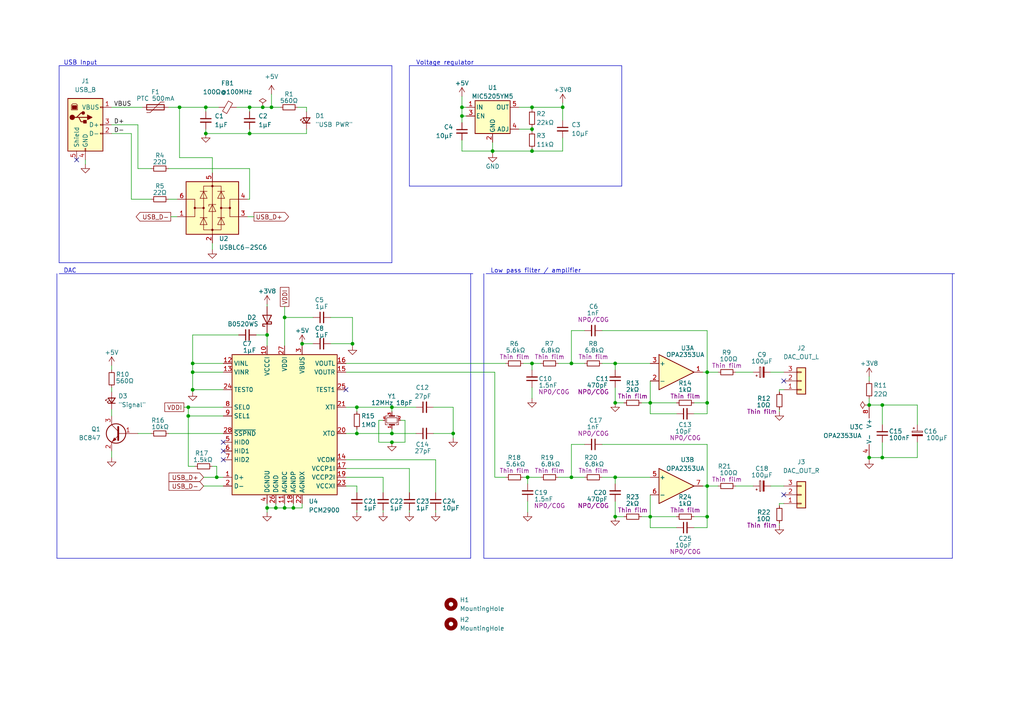
<source format=kicad_sch>
(kicad_sch (version 20230121) (generator eeschema)
  (paper "A4")
  (title_block (title "Huldra USB DAC") (date "2023-04-30") (company "Retronics - Bjørner Sandom"))
  (lib_symbols
    (symbol "Connector:USB_B" (pin_names (offset 1.016))
      (property "Reference" "J" (at -5.08 11.43 0))
      (property "Value" "USB_B" (at -5.08 8.89 0))
      (symbol "USB_B_1_1"
        (pin power_out line (at 7.62 5.08 180) (length 2.54) (name "VBUS") (number "1"))
        (pin bidirectional line (at 7.62 -2.54 180) (length 2.54) (name "D-") (number "2"))
        (pin bidirectional line (at 7.62 0 180) (length 2.54) (name "D+") (number "3"))
        (pin power_out line (at 0 -10.16 90) (length 2.54) (name "GND") (number "4"))
        (pin passive line (at -2.54 -10.16 90) (length 2.54) (name "Shield") (number "5"))
      )
    )
    (symbol "Connector_Generic:Conn_01x03" (pin_names (offset 1.016) hide)
      (property "Reference" "J" (at 0 5.08 0))
      (property "Value" "Conn_01x03" (at 0 -5.08 0))
      (symbol "Conn_01x03_1_1"
        (pin passive line (at -5.08 2.54 0) (length 3.81) (name "Pin_1") (number "1"))
        (pin passive line (at -5.08 0 0) (length 3.81) (name "Pin_2") (number "2"))
        (pin passive line (at -5.08 -2.54 0) (length 3.81) (name "Pin_3") (number "3"))
      )
    )
    (symbol "Device:C_Polarized_Small" (pin_numbers hide) (pin_names (offset 0.254) hide)
      (property "Reference" "C" (at 0.254 1.778 0))
      (property "Value" "C_Polarized_Small" (at 0.254 -2.032 0))
      (symbol "C_Polarized_Small_1_1"
        (pin passive line (at 0 2.54 270) (length 1.8542) (name "~") (number "1"))
        (pin passive line (at 0 -2.54 90) (length 1.8542) (name "~") (number "2"))
      )
    )
    (symbol "Device:C_Small" (pin_numbers hide) (pin_names (offset 0.254) hide)
      (property "Reference" "C" (at 0.254 1.778 0))
      (property "Value" "C_Small" (at 0.254 -2.032 0))
      (symbol "C_Small_1_1"
        (pin passive line (at 0 2.54 270) (length 2.032) (name "~") (number "1"))
        (pin passive line (at 0 -2.54 90) (length 2.032) (name "~") (number "2"))
      )
    )
    (symbol "Device:Crystal_GND24_Small" (pin_names (offset 1.016) hide)
      (property "Reference" "Y" (at 1.27 4.445 0))
      (property "Value" "Crystal_GND24_Small" (at 1.27 2.54 0))
      (symbol "Crystal_GND24_Small_1_1"
        (pin passive line (at -2.54 0 0) (length 1.27) (name "1") (number "1"))
        (pin passive line (at 0 -2.54 90) (length 0.635) (name "2") (number "2"))
        (pin passive line (at 2.54 0 180) (length 1.27) (name "3") (number "3"))
        (pin passive line (at 0 2.54 270) (length 0.635) (name "4") (number "4"))
      )
    )
    (symbol "Device:D_Schottky" (pin_numbers hide) (pin_names (offset 1.016) hide)
      (property "Reference" "D" (at 0 2.54 0))
      (property "Value" "D_Schottky" (at 0 -2.54 0))
      (symbol "D_Schottky_1_1"
        (pin passive line (at -3.81 0 0) (length 2.54) (name "K") (number "1"))
        (pin passive line (at 3.81 0 180) (length 2.54) (name "A") (number "2"))
      )
    )
    (symbol "Device:FerriteBead_Small" (pin_numbers hide) (pin_names (offset 0))
      (property "Reference" "FB" (at 1.905 1.27 0))
      (property "Value" "FerriteBead_Small" (at 1.905 -1.27 0))
      (symbol "FerriteBead_Small_1_1"
        (pin passive line (at 0 2.54 270) (length 1.27) (name "~") (number "1"))
        (pin passive line (at 0 -2.54 90) (length 1.27) (name "~") (number "2"))
      )
    )
    (symbol "Device:LED_Small" (pin_numbers hide) (pin_names (offset 0.254) hide)
      (property "Reference" "D" (at -1.27 3.175 0))
      (property "Value" "LED_Small" (at -4.445 -2.54 0))
      (symbol "LED_Small_1_1"
        (pin passive line (at -2.54 0 0) (length 1.778) (name "K") (number "1"))
        (pin passive line (at 2.54 0 180) (length 1.778) (name "A") (number "2"))
      )
    )
    (symbol "Device:Polyfuse" (pin_numbers hide) (pin_names (offset 0))
      (property "Reference" "F" (at -2.54 0 90))
      (property "Value" "Polyfuse" (at 2.54 0 90))
      (symbol "Polyfuse_1_1"
        (pin passive line (at 0 3.81 270) (length 1.27) (name "~") (number "1"))
        (pin passive line (at 0 -3.81 90) (length 1.27) (name "~") (number "2"))
      )
    )
    (symbol "Device:R_Small" (pin_numbers hide) (pin_names (offset 0.254) hide)
      (property "Reference" "R" (at 0.762 0.508 0))
      (property "Value" "R_Small" (at 0.762 -1.016 0))
      (symbol "R_Small_1_1"
        (pin passive line (at 0 2.54 270) (length 0.762) (name "~") (number "1"))
        (pin passive line (at 0 -2.54 90) (length 0.762) (name "~") (number "2"))
      )
    )
    (symbol "Mechanical:MountingHole" (pin_names (offset 1.016))
      (property "Reference" "H" (at 0 5.08 0))
      (property "Value" "MountingHole" (at 0 3.175 0))
    )
    (symbol "Power_Protection:USBLC6-2SC6" (pin_names hide)
      (property "Reference" "U" (at 2.54 8.89 0))
      (property "Value" "USBLC6-2SC6" (at 2.54 -8.89 0))
      (symbol "USBLC6-2SC6_1_1"
        (pin passive line (at -10.16 -2.54 0) (length 2.54) (name "I/O1") (number "1"))
        (pin passive line (at 0 -10.16 90) (length 2.54) (name "GND") (number "2"))
        (pin passive line (at 10.16 -2.54 180) (length 2.54) (name "I/O2") (number "3"))
        (pin passive line (at 10.16 2.54 180) (length 2.54) (name "I/O2") (number "4"))
        (pin passive line (at 0 10.16 270) (length 2.54) (name "VBUS") (number "5"))
        (pin passive line (at -10.16 2.54 0) (length 2.54) (name "I/O1") (number "6"))
      )
    )
    (symbol "Transistor_BJT:BC847" (pin_names (offset 0) hide)
      (property "Reference" "Q" (at 5.08 1.905 0))
      (property "Value" "BC847" (at 5.08 0 0))
      (symbol "BC847_1_1"
        (pin input line (at -5.08 0 0) (length 5.715) (name "B") (number "1"))
        (pin passive line (at 2.54 -5.08 90) (length 2.54) (name "E") (number "2"))
        (pin passive line (at 2.54 5.08 270) (length 2.54) (name "C") (number "3"))
      )
    )
    (symbol "myDevices:LM4562" (pin_names (offset 0.127))
      (property "Reference" "U" (at 0 5.08 0))
      (property "Value" "LM4562" (at 0 -5.08 0))
      (symbol "LM4562_1_1"
        (pin output line (at 7.62 0 180) (length 2.54) (name "~") (number "1"))
        (pin input line (at -7.62 -2.54 0) (length 2.54) (name "-") (number "2"))
        (pin input line (at -7.62 2.54 0) (length 2.54) (name "+") (number "3"))
      )
      (symbol "LM4562_2_1"
        (pin input line (at -7.62 2.54 0) (length 2.54) (name "+") (number "5"))
        (pin input line (at -7.62 -2.54 0) (length 2.54) (name "-") (number "6"))
        (pin output line (at 7.62 0 180) (length 2.54) (name "~") (number "7"))
      )
      (symbol "LM4562_3_1"
        (pin power_in line (at -2.54 -7.62 90) (length 3.81) (name "V-") (number "4"))
        (pin power_in line (at -2.54 7.62 270) (length 3.81) (name "V+") (number "8"))
      )
    )
    (symbol "myDevices:PCM2900"
      (property "Reference" "U" (at -14.732 21.59 0))
      (property "Value" "PCM2900" (at 10.922 21.59 0))
      (symbol "PCM2900_1_1"
        (pin bidirectional line (at -17.78 -15.24 0) (length 2.54) (name "D+") (number "1"))
        (pin passive line (at -5.08 22.86 270) (length 2.54) (name "VCCCI") (number "10"))
        (pin power_in line (at 0 -22.86 90) (length 2.54) (name "AGNDC") (number "11"))
        (pin input line (at -17.78 17.78 0) (length 2.54) (name "VINL") (number "12"))
        (pin input line (at -17.78 15.24 0) (length 2.54) (name "VINR") (number "13"))
        (pin passive line (at 17.78 -10.16 180) (length 2.54) (name "VCOM") (number "14"))
        (pin output line (at 17.78 15.24 180) (length 2.54) (name "VOUTR") (number "15"))
        (pin output line (at 17.78 17.78 180) (length 2.54) (name "VOUTL") (number "16"))
        (pin passive line (at 17.78 -12.7 180) (length 2.54) (name "VCCP1I") (number "17"))
        (pin power_in line (at 2.54 -22.86 90) (length 2.54) (name "AGNDP") (number "18"))
        (pin passive line (at 17.78 -15.24 180) (length 2.54) (name "VCCP2I") (number "19"))
        (pin bidirectional line (at -17.78 -17.78 0) (length 2.54) (name "D-") (number "2"))
        (pin output line (at 17.78 -2.54 180) (length 2.54) (name "XTO") (number "20"))
        (pin input line (at 17.78 5.08 180) (length 2.54) (name "XTI") (number "21"))
        (pin power_in line (at 5.08 -22.86 90) (length 2.54) (name "AGNDX") (number "22"))
        (pin passive line (at 17.78 -17.78 180) (length 2.54) (name "VCCXI") (number "23"))
        (pin passive line (at -17.78 10.16 0) (length 2.54) (name "TEST0") (number "24"))
        (pin passive line (at 17.78 10.16 180) (length 2.54) (name "TEST1") (number "25"))
        (pin power_in line (at -2.54 -22.86 90) (length 2.54) (name "DGND") (number "26"))
        (pin power_out line (at 0 22.86 270) (length 2.54) (name "VDDI") (number "27"))
        (pin output line (at -17.78 -2.54 0) (length 2.54) (name "~{SSPND}") (number "28"))
        (pin power_in line (at 5.08 22.86 270) (length 2.54) (name "VBUS") (number "3"))
        (pin power_in line (at -5.08 -22.86 90) (length 2.54) (name "DGNDU") (number "4"))
        (pin input line (at -17.78 -5.08 0) (length 2.54) (name "HID0") (number "5"))
        (pin input line (at -17.78 -7.62 0) (length 2.54) (name "HID1") (number "6"))
        (pin input line (at -17.78 -10.16 0) (length 2.54) (name "HID2") (number "7"))
        (pin input line (at -17.78 5.08 0) (length 2.54) (name "SEL0") (number "8"))
        (pin input line (at -17.78 2.54 0) (length 2.54) (name "SEL1") (number "9"))
      )
    )
    (symbol "myDevices:SPX3819M5-L" (pin_names (offset 0.254))
      (property "Reference" "U" (at -3.81 5.715 0))
      (property "Value" "MIC5205YM5" (at 0 5.715 0))
      (symbol "SPX3819M5-L_1_1"
        (pin power_in line (at -7.62 2.54 0) (length 2.54) (name "IN") (number "1"))
        (pin power_in line (at 0 -7.62 90) (length 2.54) (name "GND") (number "2"))
        (pin input line (at -7.62 0 0) (length 2.54) (name "EN") (number "3"))
        (pin input line (at 7.62 -3.81 180) (length 2.54) (name "ADJ") (number "4"))
        (pin power_out line (at 7.62 2.54 180) (length 2.54) (name "OUT") (number "5"))
      )
    )
    (symbol "power:+3V8" (power) (pin_names (offset 0))
      (property "Value" "+3V8" (at 0 3.556 0))
      (symbol "+3V8_1_1"
        (pin power_in line (at 0 0 90) (length 0) hide (name "+3V8") (number "1"))
      )
    )
    (symbol "power:+5V" (power) (pin_names (offset 0))
      (property "Value" "+5V" (at 0 3.556 0))
      (symbol "+5V_1_1"
        (pin power_in line (at 0 0 90) (length 0) hide (name "+5V") (number "1"))
      )
    )
    (symbol "power:GND" (power) (pin_names (offset 0))
      (property "Value" "GND" (at 0 -3.81 0))
      (symbol "GND_1_1"
        (pin power_in line (at 0 0 270) (length 0) hide (name "GND") (number "1"))
      )
    )
    (symbol "power:PWR_FLAG" (power) (pin_numbers hide) (pin_names (offset 0) hide)
      (property "Value" "PWR_FLAG" (at 0 3.81 0))
      (symbol "PWR_FLAG_0_0"
        (pin power_out line (at 0 0 90) (length 0) (name "pwr") (number "1"))
      )
    )
  )
  (junction (at 142.875 43.815))
  (junction (at 205.105 149.86))
  (junction (at 252.095 132.715))
  (junction (at 188.595 149.86))
  (junction (at 165.735 138.43))
  (junction (at 178.435 116.84))
  (junction (at 178.435 149.86))
  (junction (at 55.88 107.95))
  (junction (at 85.09 147.32))
  (junction (at 72.39 31.115))
  (junction (at 52.07 31.115))
  (junction (at 153.035 138.43))
  (junction (at 113.665 125.73))
  (junction (at 55.88 105.41))
  (junction (at 77.47 97.155))
  (junction (at 62.865 138.43))
  (junction (at 87.63 99.695))
  (junction (at 77.47 147.32))
  (junction (at 163.195 31.115))
  (junction (at 113.665 118.11))
  (junction (at 154.305 43.815))
  (junction (at 103.505 118.11))
  (junction (at 59.69 38.735))
  (junction (at 54.61 118.11))
  (junction (at 154.305 105.41))
  (junction (at 59.69 31.115))
  (junction (at 72.39 38.735))
  (junction (at 178.435 138.43))
  (junction (at 178.435 105.41))
  (junction (at 154.305 31.115))
  (junction (at 205.105 140.97))
  (junction (at 55.88 113.03))
  (junction (at 80.01 147.32))
  (junction (at 205.105 107.95))
  (junction (at 78.74 31.115))
  (junction (at 133.985 33.655))
  (junction (at 113.665 128.27))
  (junction (at 54.61 120.65))
  (junction (at 205.105 116.84))
  (junction (at 252.095 117.475))
  (junction (at 188.595 116.84))
  (junction (at 131.445 125.73))
  (junction (at 165.735 105.41))
  (junction (at 102.235 99.695))
  (junction (at 103.505 125.73))
  (junction (at 76.2 31.115))
  (junction (at 82.55 92.075))
  (junction (at 82.55 147.32))
  (junction (at 255.905 132.715))
  (junction (at 133.985 31.115))
  (junction (at 154.305 37.465))
  (junction (at 255.905 117.475))
  (no_connect (at 100.33 113.03))
  (no_connect (at 64.77 128.27))
  (no_connect (at 227.33 143.51))
  (no_connect (at 64.77 130.81))
  (no_connect (at 64.77 133.35))
  (no_connect (at 227.33 110.49))
  (no_connect (at 22.225 46.355))
  (wire (pts (xy 205.105 153.035) (xy 205.105 149.86)))
  (wire (pts (xy 55.88 113.03) (xy 64.77 113.03)))
  (wire (pts (xy 142.875 43.815) (xy 142.875 44.45)))
  (wire (pts (xy 169.545 95.885) (xy 165.735 95.885)))
  (wire (pts (xy 252.095 133.35) (xy 252.095 132.715)))
  (wire (pts (xy 80.01 147.32) (xy 82.55 147.32)))
  (wire (pts (xy 103.505 125.73) (xy 100.33 125.73)))
  (wire (pts (xy 109.855 121.92) (xy 109.855 128.27)))
  (wire (pts (xy 118.745 148.59) (xy 118.745 147.955)))
  (wire (pts (xy 54.61 118.11) (xy 64.77 118.11)))
  (polyline (pts (xy 113.665 76.2) (xy 17.145 76.2)))
  (wire (pts (xy 150.495 31.115) (xy 154.305 31.115)))
  (wire (pts (xy 109.855 121.92) (xy 111.125 121.92)))
  (wire (pts (xy 205.105 128.905) (xy 205.105 140.97)))
  (wire (pts (xy 178.435 116.84) (xy 180.975 116.84)))
  (wire (pts (xy 174.625 95.885) (xy 205.105 95.885)))
  (wire (pts (xy 178.435 105.41) (xy 188.595 105.41)))
  (wire (pts (xy 68.58 31.115) (xy 72.39 31.115)))
  (wire (pts (xy 161.925 105.41) (xy 165.735 105.41)))
  (wire (pts (xy 87.63 99.695) (xy 87.63 100.33)))
  (wire (pts (xy 61.595 70.485) (xy 61.595 72.39)))
  (wire (pts (xy 252.095 132.715) (xy 255.905 132.715)))
  (wire (pts (xy 174.625 128.905) (xy 205.105 128.905)))
  (wire (pts (xy 102.235 99.695) (xy 102.235 100.33)))
  (wire (pts (xy 252.095 109.22) (xy 252.095 110.49)))
  (wire (pts (xy 95.885 92.075) (xy 102.235 92.075)))
  (wire (pts (xy 80.01 147.32) (xy 77.47 147.32)))
  (wire (pts (xy 153.035 138.43) (xy 153.035 140.335)))
  (wire (pts (xy 88.9 37.465) (xy 88.9 38.735)))
  (wire (pts (xy 72.39 57.785) (xy 72.39 48.895)))
  (wire (pts (xy 226.06 151.765) (xy 226.06 152.4)))
  (wire (pts (xy 151.765 138.43) (xy 153.035 138.43)))
  (wire (pts (xy 226.06 113.665) (xy 226.06 113.03)))
  (wire (pts (xy 178.435 145.415) (xy 178.435 149.86)))
  (wire (pts (xy 186.055 116.84) (xy 188.595 116.84)))
  (wire (pts (xy 117.475 121.92) (xy 117.475 128.27)))
  (wire (pts (xy 131.445 125.73) (xy 131.445 127)))
  (wire (pts (xy 131.445 118.11) (xy 131.445 125.73)))
  (wire (pts (xy 213.36 140.97) (xy 218.44 140.97)))
  (wire (pts (xy 165.735 95.885) (xy 165.735 105.41)))
  (wire (pts (xy 154.305 112.395) (xy 154.305 115.57)))
  (wire (pts (xy 188.595 110.49) (xy 188.595 116.84)))
  (wire (pts (xy 111.125 148.59) (xy 111.125 147.955)))
  (wire (pts (xy 100.33 135.89) (xy 118.745 135.89)))
  (wire (pts (xy 62.865 135.255) (xy 62.865 138.43)))
  (wire (pts (xy 54.61 120.65) (xy 64.77 120.65)))
  (wire (pts (xy 205.105 140.97) (xy 208.28 140.97)))
  (wire (pts (xy 174.625 105.41) (xy 178.435 105.41)))
  (wire (pts (xy 161.925 138.43) (xy 165.735 138.43)))
  (wire (pts (xy 201.295 116.84) (xy 205.105 116.84)))
  (wire (pts (xy 55.88 113.665) (xy 55.88 113.03)))
  (wire (pts (xy 226.06 146.685) (xy 226.06 146.05)))
  (wire (pts (xy 178.435 149.86) (xy 180.975 149.86)))
  (wire (pts (xy 40.005 125.73) (xy 43.815 125.73)))
  (wire (pts (xy 178.435 112.395) (xy 178.435 116.84)))
  (wire (pts (xy 61.595 45.72) (xy 61.595 50.165)))
  (wire (pts (xy 103.505 148.59) (xy 103.505 147.955)))
  (wire (pts (xy 178.435 138.43) (xy 188.595 138.43)))
  (wire (pts (xy 142.875 41.275) (xy 142.875 43.815)))
  (wire (pts (xy 266.065 132.715) (xy 255.905 132.715)))
  (wire (pts (xy 48.895 31.115) (xy 52.07 31.115)))
  (wire (pts (xy 85.09 146.05) (xy 85.09 147.32)))
  (wire (pts (xy 154.305 43.18) (xy 154.305 43.815)))
  (wire (pts (xy 100.33 105.41) (xy 146.685 105.41)))
  (wire (pts (xy 56.515 135.255) (xy 54.61 135.255)))
  (polyline (pts (xy 17.145 19.05) (xy 17.145 76.2)))
  (wire (pts (xy 178.435 105.41) (xy 178.435 107.315)))
  (wire (pts (xy 82.55 92.075) (xy 82.55 100.33)))
  (wire (pts (xy 255.905 117.475) (xy 266.065 117.475)))
  (wire (pts (xy 188.595 149.86) (xy 196.215 149.86)))
  (wire (pts (xy 117.475 128.27) (xy 113.665 128.27)))
  (wire (pts (xy 266.065 128.27) (xy 266.065 132.715)))
  (wire (pts (xy 226.06 146.05) (xy 227.33 146.05)))
  (wire (pts (xy 43.815 48.895) (xy 40.005 48.895)))
  (wire (pts (xy 196.215 153.035) (xy 188.595 153.035)))
  (wire (pts (xy 201.295 153.035) (xy 205.105 153.035)))
  (wire (pts (xy 111.125 138.43) (xy 111.125 142.875)))
  (wire (pts (xy 52.07 31.115) (xy 59.69 31.115)))
  (wire (pts (xy 54.61 118.11) (xy 54.61 120.65)))
  (wire (pts (xy 55.88 107.95) (xy 55.88 105.41)))
  (wire (pts (xy 255.905 128.27) (xy 255.905 132.715)))
  (wire (pts (xy 143.51 107.95) (xy 143.51 138.43)))
  (wire (pts (xy 113.665 118.11) (xy 120.65 118.11)))
  (wire (pts (xy 133.985 40.64) (xy 133.985 43.815)))
  (wire (pts (xy 133.985 31.115) (xy 135.255 31.115)))
  (wire (pts (xy 40.005 48.895) (xy 40.005 36.195)))
  (wire (pts (xy 113.665 124.46) (xy 113.665 125.73)))
  (wire (pts (xy 103.505 140.97) (xy 100.33 140.97)))
  (polyline (pts (xy 276.225 161.925) (xy 276.225 79.375)))
  (wire (pts (xy 165.735 105.41) (xy 169.545 105.41)))
  (wire (pts (xy 125.73 125.73) (xy 131.445 125.73)))
  (wire (pts (xy 103.505 124.46) (xy 103.505 125.73)))
  (wire (pts (xy 82.55 147.32) (xy 85.09 147.32)))
  (wire (pts (xy 205.105 120.015) (xy 205.105 116.84)))
  (wire (pts (xy 32.385 118.745) (xy 32.385 120.65)))
  (wire (pts (xy 59.69 38.735) (xy 72.39 38.735)))
  (wire (pts (xy 82.55 92.075) (xy 90.805 92.075)))
  (polyline (pts (xy 140.335 79.375) (xy 140.335 161.925)))
  (wire (pts (xy 154.305 31.75) (xy 154.305 31.115)))
  (wire (pts (xy 32.385 31.115) (xy 41.275 31.115)))
  (wire (pts (xy 126.365 133.35) (xy 126.365 142.875)))
  (wire (pts (xy 72.39 48.895) (xy 48.895 48.895)))
  (wire (pts (xy 153.035 138.43) (xy 156.845 138.43)))
  (wire (pts (xy 203.835 107.95) (xy 205.105 107.95)))
  (wire (pts (xy 59.69 37.465) (xy 59.69 38.735)))
  (wire (pts (xy 223.52 107.95) (xy 227.33 107.95)))
  (polyline (pts (xy 17.145 79.375) (xy 137.16 79.375)))
  (wire (pts (xy 54.61 120.65) (xy 54.61 135.255)))
  (wire (pts (xy 188.595 143.51) (xy 188.595 149.86)))
  (wire (pts (xy 88.9 31.115) (xy 88.9 32.385)))
  (wire (pts (xy 100.33 118.11) (xy 103.505 118.11)))
  (wire (pts (xy 80.01 146.05) (xy 80.01 147.32)))
  (wire (pts (xy 77.47 146.05) (xy 77.47 147.32)))
  (wire (pts (xy 223.52 140.97) (xy 227.33 140.97)))
  (wire (pts (xy 163.195 43.815) (xy 154.305 43.815)))
  (wire (pts (xy 163.195 31.115) (xy 163.195 34.925)))
  (wire (pts (xy 71.755 62.865) (xy 73.66 62.865)))
  (wire (pts (xy 133.985 27.94) (xy 133.985 31.115)))
  (wire (pts (xy 125.73 118.11) (xy 131.445 118.11)))
  (wire (pts (xy 154.305 105.41) (xy 156.845 105.41)))
  (wire (pts (xy 103.505 118.11) (xy 113.665 118.11)))
  (wire (pts (xy 103.505 125.73) (xy 113.665 125.73)))
  (polyline (pts (xy 16.51 79.375) (xy 16.51 161.925)))
  (wire (pts (xy 38.1 57.785) (xy 43.815 57.785)))
  (wire (pts (xy 55.88 97.155) (xy 69.215 97.155)))
  (wire (pts (xy 32.385 130.81) (xy 32.385 132.715)))
  (wire (pts (xy 126.365 148.59) (xy 126.365 147.955)))
  (wire (pts (xy 203.835 140.97) (xy 205.105 140.97)))
  (polyline (pts (xy 113.665 19.05) (xy 113.665 76.2)))
  (wire (pts (xy 100.33 133.35) (xy 126.365 133.35)))
  (wire (pts (xy 205.105 95.885) (xy 205.105 107.95)))
  (polyline (pts (xy 136.525 161.925) (xy 16.51 161.925)))
  (wire (pts (xy 252.095 115.57) (xy 252.095 117.475)))
  (wire (pts (xy 59.69 31.115) (xy 63.5 31.115)))
  (wire (pts (xy 109.855 128.27) (xy 113.665 128.27)))
  (wire (pts (xy 113.665 125.73) (xy 120.65 125.73)))
  (wire (pts (xy 252.095 117.475) (xy 255.905 117.475)))
  (wire (pts (xy 163.195 29.845) (xy 163.195 31.115)))
  (wire (pts (xy 103.505 118.11) (xy 103.505 119.38)))
  (wire (pts (xy 226.06 113.03) (xy 227.33 113.03)))
  (wire (pts (xy 48.895 57.785) (xy 51.435 57.785)))
  (wire (pts (xy 266.065 117.475) (xy 266.065 123.19)))
  (wire (pts (xy 62.865 138.43) (xy 64.77 138.43)))
  (wire (pts (xy 87.63 99.695) (xy 90.805 99.695)))
  (wire (pts (xy 154.305 37.465) (xy 154.305 38.1)))
  (wire (pts (xy 174.625 138.43) (xy 178.435 138.43)))
  (wire (pts (xy 59.055 140.97) (xy 64.77 140.97)))
  (wire (pts (xy 77.47 97.155) (xy 77.47 100.33)))
  (wire (pts (xy 32.385 106.045) (xy 32.385 107.315)))
  (wire (pts (xy 40.005 36.195) (xy 32.385 36.195)))
  (wire (pts (xy 201.295 120.015) (xy 205.105 120.015)))
  (wire (pts (xy 102.235 92.075) (xy 102.235 99.695)))
  (wire (pts (xy 188.595 149.86) (xy 188.595 153.035)))
  (polyline (pts (xy 17.145 19.05) (xy 113.665 19.05)))
  (wire (pts (xy 154.305 37.465) (xy 154.305 36.83)))
  (wire (pts (xy 95.885 99.695) (xy 102.235 99.695)))
  (wire (pts (xy 153.035 145.415) (xy 153.035 148.59)))
  (wire (pts (xy 118.745 135.89) (xy 118.745 142.875)))
  (wire (pts (xy 135.255 33.655) (xy 133.985 33.655)))
  (wire (pts (xy 72.39 38.735) (xy 72.39 37.465)))
  (wire (pts (xy 82.55 88.9) (xy 82.55 92.075)))
  (wire (pts (xy 24.765 46.355) (xy 24.765 47.625)))
  (wire (pts (xy 188.595 116.84) (xy 196.215 116.84)))
  (polyline (pts (xy 118.745 19.05) (xy 118.745 53.975)))
  (wire (pts (xy 72.39 31.115) (xy 72.39 32.385)))
  (wire (pts (xy 77.47 88.265) (xy 77.47 88.9)))
  (wire (pts (xy 55.88 105.41) (xy 55.88 97.155)))
  (wire (pts (xy 143.51 138.43) (xy 146.685 138.43)))
  (wire (pts (xy 165.735 138.43) (xy 169.545 138.43)))
  (wire (pts (xy 78.74 31.115) (xy 81.28 31.115)))
  (wire (pts (xy 38.1 38.735) (xy 38.1 57.785)))
  (wire (pts (xy 178.435 138.43) (xy 178.435 140.335)))
  (wire (pts (xy 74.295 97.155) (xy 77.47 97.155)))
  (wire (pts (xy 226.06 118.745) (xy 226.06 119.38)))
  (wire (pts (xy 85.09 147.32) (xy 87.63 147.32)))
  (wire (pts (xy 77.47 147.32) (xy 77.47 148.59)))
  (wire (pts (xy 205.105 107.95) (xy 208.28 107.95)))
  (wire (pts (xy 165.735 128.905) (xy 165.735 138.43)))
  (wire (pts (xy 59.69 31.115) (xy 59.69 32.385)))
  (wire (pts (xy 77.47 96.52) (xy 77.47 97.155)))
  (wire (pts (xy 103.505 142.875) (xy 103.505 140.97)))
  (polyline (pts (xy 118.745 19.05) (xy 180.34 19.05)))
  (wire (pts (xy 78.74 31.115) (xy 78.74 27.305)))
  (wire (pts (xy 116.205 121.92) (xy 117.475 121.92)))
  (wire (pts (xy 49.53 62.865) (xy 51.435 62.865)))
  (polyline (pts (xy 140.335 161.925) (xy 276.225 161.925)))
  (polyline (pts (xy 140.97 79.375) (xy 276.86 79.375)))
  (wire (pts (xy 154.305 43.815) (xy 142.875 43.815)))
  (wire (pts (xy 113.665 118.11) (xy 113.665 119.38)))
  (wire (pts (xy 188.595 116.84) (xy 188.595 120.015)))
  (wire (pts (xy 151.765 105.41) (xy 154.305 105.41)))
  (wire (pts (xy 87.63 146.05) (xy 87.63 147.32)))
  (wire (pts (xy 133.985 33.655) (xy 133.985 31.115)))
  (polyline (pts (xy 118.745 53.975) (xy 180.34 53.975)))
  (polyline (pts (xy 136.525 79.375) (xy 136.525 161.925)))
  (wire (pts (xy 55.88 107.95) (xy 64.77 107.95)))
  (wire (pts (xy 59.055 138.43) (xy 62.865 138.43)))
  (wire (pts (xy 32.385 112.395) (xy 32.385 113.665)))
  (wire (pts (xy 154.305 31.115) (xy 163.195 31.115)))
  (polyline (pts (xy 180.34 53.975) (xy 180.34 19.05)))
  (wire (pts (xy 71.755 57.785) (xy 72.39 57.785)))
  (wire (pts (xy 52.07 45.72) (xy 61.595 45.72)))
  (wire (pts (xy 100.33 138.43) (xy 111.125 138.43)))
  (wire (pts (xy 55.88 113.03) (xy 55.88 107.95)))
  (wire (pts (xy 169.545 128.905) (xy 165.735 128.905)))
  (wire (pts (xy 61.595 135.255) (xy 62.865 135.255)))
  (wire (pts (xy 205.105 107.95) (xy 205.105 116.84)))
  (wire (pts (xy 32.385 38.735) (xy 38.1 38.735)))
  (wire (pts (xy 201.295 149.86) (xy 205.105 149.86)))
  (wire (pts (xy 163.195 40.005) (xy 163.195 43.815)))
  (wire (pts (xy 76.2 31.115) (xy 78.74 31.115)))
  (wire (pts (xy 133.985 33.655) (xy 133.985 35.56)))
  (wire (pts (xy 154.305 105.41) (xy 154.305 107.315)))
  (wire (pts (xy 205.105 140.97) (xy 205.105 149.86)))
  (wire (pts (xy 88.9 38.735) (xy 72.39 38.735)))
  (wire (pts (xy 255.905 117.475) (xy 255.905 123.19)))
  (wire (pts (xy 48.895 125.73) (xy 64.77 125.73)))
  (wire (pts (xy 55.88 105.41) (xy 64.77 105.41)))
  (wire (pts (xy 82.55 146.05) (xy 82.55 147.32)))
  (wire (pts (xy 52.07 31.115) (xy 52.07 45.72)))
  (wire (pts (xy 100.33 107.95) (xy 143.51 107.95)))
  (wire (pts (xy 86.36 31.115) (xy 88.9 31.115)))
  (wire (pts (xy 53.34 118.11) (xy 54.61 118.11)))
  (wire (pts (xy 186.055 149.86) (xy 188.595 149.86)))
  (wire (pts (xy 150.495 37.465) (xy 154.305 37.465)))
  (wire (pts (xy 72.39 31.115) (xy 76.2 31.115)))
  (wire (pts (xy 133.985 43.815) (xy 142.875 43.815)))
  (wire (pts (xy 213.36 107.95) (xy 218.44 107.95)))
  (wire (pts (xy 196.215 120.015) (xy 188.595 120.015)))
  (text "Voltage regulator" (at 120.65 19.05 0) (effects (font (size 1.27 1.27)) (justify left bottom)))
  (text "Low pass filter / amplifier" (at 142.24 79.375 0) (effects (font (size 1.27 1.27)) (justify left bottom)))
  (text "DAC" (at 18.415 79.375 0) (effects (font (size 1.27 1.27)) (justify left bottom)))
  (text "USB Input" (at 18.415 19.05 0) (effects (font (size 1.27 1.27)) (justify left bottom)))
  (label "D+" (at 33.02 36.195 0))
  (label "VBUS" (at 33.02 31.115 0))
  (label "D-" (at 33.02 38.735 0))
  (global_label "VDDI" (shape passive) (at 82.55 88.9 90) (property "Intersheetrefs" "${INTERSHEET_REFS}" (effects hide)))
  (global_label "USB_D-" (shape output) (at 49.53 62.865 180) (property "Intersheetrefs" "${INTERSHEET_REFS}" (effects hide)))
  (global_label "VDDI" (shape passive) (at 53.34 118.11 180) (property "Intersheetrefs" "${INTERSHEET_REFS}" (effects hide)))
  (global_label "USB_D+" (shape input) (at 59.055 138.43 180) (property "Intersheetrefs" "${INTERSHEET_REFS}" (effects hide)))
  (global_label "USB_D-" (shape input) (at 59.055 140.97 180) (property "Intersheetrefs" "${INTERSHEET_REFS}" (effects hide)))
  (global_label "USB_D+" (shape output) (at 73.66 62.865 0) (property "Intersheetrefs" "${INTERSHEET_REFS}" (effects hide)))
  (symbol (lib_id "Device:C_Small") (at 118.745 145.415 0) (mirror x) (unit 1)
    (property "Reference" "C23" (at 120.65 145.415 0) (effects (justify left)))
    (property "Value" "1µF" (at 120.65 147.32 0) (effects (justify left)))
    (property "Footprint" "Capacitor_SMD:C_0603_1608Metric_Pad1.08x0.95mm_HandSolder" (effects hide))
  )
  (symbol (lib_id "power:GND") (at 178.435 149.86 0) (mirror y) (unit 1)
    (property "Reference" "#PWR028" (effects hide))
    (property "Value" "GND" (effects hide))
  )
  (symbol (lib_id "Device:C_Small") (at 198.755 120.015 90) (mirror x) (unit 1)
    (property "Reference" "C13" (at 200.66 123.19 90) (effects (justify left)))
    (property "Value" "10pF" (at 200.66 125.095 90) (effects (justify left)))
    (property "Footprint" "Capacitor_SMD:C_0603_1608Metric_Pad1.08x0.95mm_HandSolder" (effects hide))
    (property "Comments" "NP0/C0G" (at 198.755 127 90))
  )
  (symbol (lib_id "power:GND") (at 153.035 148.59 0) (mirror y) (unit 1)
    (property "Reference" "#PWR027" (effects hide))
    (property "Value" "GND" (effects hide))
  )
  (symbol (lib_id "Device:R_Small") (at 59.055 135.255 90) (unit 1)
    (property "Reference" "R17" (at 60.452 131.445 90) (effects (justify left)))
    (property "Value" "1.5kΩ" (at 61.722 133.35 90) (effects (justify left)))
    (property "Footprint" "Resistor_SMD:R_0603_1608Metric_Pad0.98x0.95mm_HandSolder" (effects hide))
  )
  (symbol (lib_id "Device:R_Small") (at 210.82 107.95 90) (unit 1)
    (property "Reference" "R9" (at 212.09 102.235 90) (effects (justify left)))
    (property "Value" "100Ω" (at 213.995 104.14 90) (effects (justify left)))
    (property "Footprint" "Resistor_SMD:R_0603_1608Metric_Pad0.98x0.95mm_HandSolder" (effects hide))
    (property "Comments" "Thin film" (at 210.82 106.045 90))
  )
  (symbol (lib_id "power:+5V") (at 133.985 27.94 0) (unit 1)
    (property "Reference" "#PWR02" (effects hide))
    (property "Value" "+5V" (at 133.985 24.13 0))
  )
  (symbol (lib_id "Device:R_Small") (at 46.355 57.785 90) (unit 1)
    (property "Reference" "R5" (at 46.355 53.975 90))
    (property "Value" "22Ω" (at 46.355 55.88 90))
    (property "Footprint" "Resistor_SMD:R_0603_1608Metric_Pad0.98x0.95mm_HandSolder" (effects hide))
  )
  (symbol (lib_id "Device:R_Small") (at 172.085 138.43 90) (unit 1)
    (property "Reference" "R20" (at 173.355 132.715 90) (effects (justify left)))
    (property "Value" "6.8kΩ" (at 175.26 134.62 90) (effects (justify left)))
    (property "Footprint" "Resistor_SMD:R_0603_1608Metric_Pad0.98x0.95mm_HandSolder" (effects hide))
    (property "Comments" "Thin film" (at 172.085 136.525 90))
  )
  (symbol (lib_id "Device:R_Small") (at 46.355 125.73 90) (unit 1)
    (property "Reference" "R16" (at 47.752 121.92 90) (effects (justify left)))
    (property "Value" "10kΩ" (at 49.022 123.825 90) (effects (justify left)))
    (property "Footprint" "Resistor_SMD:R_0603_1608Metric_Pad0.98x0.95mm_HandSolder" (effects hide))
  )
  (symbol (lib_id "Device:R_Small") (at 103.505 121.92 0) (unit 1)
    (property "Reference" "R15" (at 104.775 120.65 0) (effects (justify left)))
    (property "Value" "1MΩ" (at 104.775 123.19 0) (effects (justify left)))
    (property "Footprint" "Resistor_SMD:R_0603_1608Metric_Pad0.98x0.95mm_HandSolder" (effects hide))
  )
  (symbol (lib_id "Device:R_Small") (at 159.385 105.41 90) (unit 1)
    (property "Reference" "R7" (at 160.655 99.695 90) (effects (justify left)))
    (property "Value" "6.8kΩ" (at 162.56 101.6 90) (effects (justify left)))
    (property "Footprint" "Resistor_SMD:R_0603_1608Metric_Pad0.98x0.95mm_HandSolder" (effects hide))
    (property "Comments" "Thin film" (at 159.385 103.505 90))
  )
  (symbol (lib_id "power:GND") (at 226.06 152.4 0) (unit 1)
    (property "Reference" "#PWR029" (effects hide))
    (property "Value" "GND" (effects hide))
  )
  (symbol (lib_id "Device:C_Small") (at 103.505 145.415 0) (mirror x) (unit 1)
    (property "Reference" "C21" (at 105.41 145.415 0) (effects (justify left)))
    (property "Value" "1µF" (at 105.41 147.32 0) (effects (justify left)))
    (property "Footprint" "Capacitor_SMD:C_0603_1608Metric_Pad1.08x0.95mm_HandSolder" (effects hide))
  )
  (symbol (lib_id "Device:C_Small") (at 172.085 128.905 270) (mirror x) (unit 1)
    (property "Reference" "C17" (at 170.815 121.92 90) (effects (justify left)))
    (property "Value" "1nF" (at 170.18 123.825 90) (effects (justify left)))
    (property "Footprint" "Capacitor_SMD:C_0603_1608Metric_Pad1.08x0.95mm_HandSolder" (effects hide))
    (property "Comments" "NP0/C0G" (at 172.085 125.73 90))
  )
  (symbol (lib_id "power:PWR_FLAG") (at 252.095 117.475 90) (unit 1)
    (property "Reference" "#FLG02" (effects hide))
    (property "Value" "PWR_FLAG" (effects hide))
  )
  (symbol (lib_id "Device:C_Polarized_Small") (at 266.065 125.73 0) (unit 1)
    (property "Reference" "C16" (at 269.875 125.095 0))
    (property "Value" "100µF" (at 271.78 127 0))
    (property "Footprint" "Capacitor_THT:CP_Radial_D5.0mm_P2.00mm" (effects hide))
  )
  (symbol (lib_id "Device:R_Small") (at 154.305 34.29 0) (unit 1)
    (property "Reference" "R2" (at 155.575 33.02 0) (effects (justify left)))
    (property "Value" "22kΩ" (at 155.575 35.56 0) (effects (justify left)))
    (property "Footprint" "Resistor_SMD:R_0603_1608Metric_Pad0.98x0.95mm_HandSolder" (effects hide))
  )
  (symbol (lib_id "Power_Protection:USBLC6-2SC6") (at 61.595 60.325 0) (unit 1)
    (property "Reference" "U2" (at 63.5 69.215 0) (effects (justify left)))
    (property "Value" "USBLC6-2SC6" (at 63.5 71.755 0) (effects (justify left)))
    (property "Footprint" "Package_TO_SOT_SMD:SOT-23-6" (effects hide))
    (property "Datasheet" "https://www.st.com/resource/en/datasheet/usblc6-2.pdf" (effects hide))
  )
  (symbol (lib_id "power:GND") (at 118.745 148.59 0) (unit 1)
    (property "Reference" "#PWR025" (effects hide))
    (property "Value" "GND" (effects hide))
  )
  (symbol (lib_id "Device:Polyfuse") (at 45.085 31.115 90) (unit 1)
    (property "Reference" "F1" (at 45.085 26.67 90))
    (property "Value" "PTC 500mA" (at 45.085 28.575 90))
    (property "Footprint" "Fuse:Fuse_0805_2012Metric_Pad1.15x1.40mm_HandSolder" (effects hide))
  )
  (symbol (lib_id "Connector_Generic:Conn_01x03") (at 232.41 110.49 0) (mirror x) (unit 1)
    (property "Reference" "J2" (at 232.41 100.965 0))
    (property "Value" "DAC_OUT_L" (at 232.41 103.505 0))
    (property "Footprint" "myDevices:KF2510-3P" (effects hide))
  )
  (symbol (lib_id "power:GND") (at 77.47 148.59 0) (unit 1)
    (property "Reference" "#PWR021" (effects hide))
    (property "Value" "GND" (effects hide))
  )
  (symbol (lib_id "Device:C_Small") (at 93.345 92.075 90) (mirror x) (unit 1)
    (property "Reference" "C5" (at 93.98 86.995 90) (effects (justify left)))
    (property "Value" "1µF" (at 95.25 88.9 90) (effects (justify left)))
    (property "Footprint" "Capacitor_SMD:C_0603_1608Metric_Pad1.08x0.95mm_HandSolder" (effects hide))
  )
  (symbol (lib_id "Device:C_Small") (at 123.19 125.73 90) (mirror x) (unit 1)
    (property "Reference" "C14" (at 124.46 128.905 90) (effects (justify left)))
    (property "Value" "27pF" (at 125.095 130.81 90) (effects (justify left)))
    (property "Footprint" "Capacitor_SMD:C_0603_1608Metric_Pad1.08x0.95mm_HandSolder" (effects hide))
  )
  (symbol (lib_id "myDevices:PCM2900") (at 82.55 123.19 0) (unit 1)
    (property "Reference" "U4" (at 89.535 145.415 0) (effects (justify left)))
    (property "Value" "PCM2900" (at 89.535 147.955 0) (effects (justify left)))
    (property "Footprint" "Package_SO:SSOP-28_5.3x10.2mm_P0.65mm" (effects hide))
  )
  (symbol (lib_id "Device:C_Small") (at 178.435 142.875 0) (mirror x) (unit 1)
    (property "Reference" "C20" (at 172.085 142.875 0) (effects (justify left)))
    (property "Value" "470pF" (at 170.18 144.78 0) (effects (justify left)))
    (property "Footprint" "Capacitor_SMD:C_0603_1608Metric_Pad1.08x0.95mm_HandSolder" (effects hide))
    (property "Comments" "NP0/C0G" (at 172.085 146.685 0))
  )
  (symbol (lib_id "Mechanical:MountingHole") (at 130.81 180.975 0) (unit 1)
    (property "Reference" "H2" (at 133.35 179.7049 0) (effects (justify left)))
    (property "Value" "MountingHole" (at 133.35 182.2449 0) (effects (justify left)))
    (property "Footprint" "MountingHole:MountingHole_3.2mm_M3" (effects hide))
  )
  (symbol (lib_id "Device:R_Small") (at 159.385 138.43 90) (unit 1)
    (property "Reference" "R19" (at 160.655 132.715 90) (effects (justify left)))
    (property "Value" "6.8kΩ" (at 162.56 134.62 90) (effects (justify left)))
    (property "Footprint" "Resistor_SMD:R_0603_1608Metric_Pad0.98x0.95mm_HandSolder" (effects hide))
    (property "Comments" "Thin film" (at 159.385 136.525 90))
  )
  (symbol (lib_id "Device:R_Small") (at 46.355 48.895 90) (unit 1)
    (property "Reference" "R4" (at 46.355 45.085 90))
    (property "Value" "22Ω" (at 46.355 46.99 90))
    (property "Footprint" "Resistor_SMD:R_0603_1608Metric_Pad0.98x0.95mm_HandSolder" (effects hide))
  )
  (symbol (lib_id "Device:R_Small") (at 154.305 40.64 0) (unit 1)
    (property "Reference" "R3" (at 155.575 39.37 0) (effects (justify left)))
    (property "Value" "11kΩ" (at 155.575 41.91 0) (effects (justify left)))
    (property "Footprint" "Resistor_SMD:R_0603_1608Metric_Pad0.98x0.95mm_HandSolder" (effects hide))
  )
  (symbol (lib_id "Device:C_Small") (at 153.035 142.875 0) (mirror x) (unit 1)
    (property "Reference" "C19" (at 154.94 142.875 0) (effects (justify left)))
    (property "Value" "1.5nF" (at 154.94 144.78 0) (effects (justify left)))
    (property "Footprint" "Capacitor_SMD:C_0603_1608Metric_Pad1.08x0.95mm_HandSolder" (effects hide))
    (property "Comments" "NP0/C0G" (at 159.385 146.685 0))
  )
  (symbol (lib_id "power:GND") (at 32.385 132.715 0) (unit 1)
    (property "Reference" "#PWR019" (effects hide))
    (property "Value" "GND" (effects hide))
  )
  (symbol (lib_id "Device:R_Small") (at 226.06 149.225 180) (unit 1)
    (property "Reference" "R22" (at 223.52 148.59 0) (effects (justify left)))
    (property "Value" "10Ω" (at 223.52 150.495 0) (effects (justify left)))
    (property "Footprint" "Resistor_SMD:R_0603_1608Metric_Pad0.98x0.95mm_HandSolder" (effects hide))
    (property "Comments" "Thin film" (at 220.98 152.4 0))
  )
  (symbol (lib_id "power:GND") (at 61.595 72.39 0) (unit 1)
    (property "Reference" "#PWR07" (effects hide))
    (property "Value" "GND" (effects hide))
  )
  (symbol (lib_id "Device:R_Small") (at 149.225 105.41 90) (unit 1)
    (property "Reference" "R6" (at 150.495 99.695 90) (effects (justify left)))
    (property "Value" "5.6kΩ" (at 152.4 101.6 90) (effects (justify left)))
    (property "Footprint" "Resistor_SMD:R_0603_1608Metric_Pad0.98x0.95mm_HandSolder" (effects hide))
    (property "Comments" "Thin film" (at 149.225 103.505 90))
  )
  (symbol (lib_id "Device:C_Small") (at 59.69 34.925 0) (unit 1)
    (property "Reference" "C1" (at 62.23 33.6612 0) (effects (justify left)))
    (property "Value" "1µF" (at 62.23 36.2012 0) (effects (justify left)))
    (property "Footprint" "Capacitor_SMD:C_0603_1608Metric_Pad1.08x0.95mm_HandSolder" (effects hide))
  )
  (symbol (lib_id "Device:C_Small") (at 93.345 99.695 90) (mirror x) (unit 1)
    (property "Reference" "C8" (at 93.98 95.25 90) (effects (justify left)))
    (property "Value" "1µF" (at 95.25 97.155 90) (effects (justify left)))
    (property "Footprint" "Capacitor_SMD:C_0603_1608Metric_Pad1.08x0.95mm_HandSolder" (effects hide))
  )
  (symbol (lib_id "power:GND") (at 111.125 148.59 0) (unit 1)
    (property "Reference" "#PWR024" (effects hide))
    (property "Value" "GND" (effects hide))
  )
  (symbol (lib_id "power:+3V8") (at 252.095 109.22 0) (unit 1)
    (property "Reference" "#PWR012" (effects hide))
    (property "Value" "+3V8" (at 252.095 105.41 0))
  )
  (symbol (lib_id "Device:C_Small") (at 172.085 95.885 270) (mirror x) (unit 1)
    (property "Reference" "C6" (at 170.815 88.9 90) (effects (justify left)))
    (property "Value" "1nF" (at 170.18 90.805 90) (effects (justify left)))
    (property "Footprint" "Capacitor_SMD:C_0603_1608Metric_Pad1.08x0.95mm_HandSolder" (effects hide))
    (property "Comments" "NP0/C0G" (at 172.085 92.71 90))
  )
  (symbol (lib_id "Device:C_Small") (at 154.305 109.855 0) (mirror x) (unit 1)
    (property "Reference" "C10" (at 156.21 109.855 0) (effects (justify left)))
    (property "Value" "1.5nF" (at 156.21 111.76 0) (effects (justify left)))
    (property "Footprint" "Capacitor_SMD:C_0603_1608Metric_Pad1.08x0.95mm_HandSolder" (effects hide))
    (property "Comments" "NP0/C0G" (at 160.655 113.665 0))
  )
  (symbol (lib_id "power:GND") (at 126.365 148.59 0) (unit 1)
    (property "Reference" "#PWR026" (effects hide))
    (property "Value" "GND" (effects hide))
  )
  (symbol (lib_id "myDevices:LM4562") (at 196.215 107.95 0) (unit 1)
    (property "Reference" "U3" (at 199.39 100.965 0))
    (property "Value" "OPA2353UA" (at 198.755 102.87 0))
    (property "Footprint" "Package_SO:SOIC-8_3.9x4.9mm_P1.27mm" (effects hide))
    (property "Datasheet" "http://www.ti.com/lit/ds/symlink/lm4562.pdf" (effects hide))
  )
  (symbol (lib_id "power:GND") (at 59.69 38.735 0) (unit 1)
    (property "Reference" "#PWR04" (effects hide))
    (property "Value" "GND" (effects hide))
  )
  (symbol (lib_id "Device:R_Small") (at 226.06 116.205 180) (unit 1)
    (property "Reference" "R12" (at 223.52 115.57 0) (effects (justify left)))
    (property "Value" "10Ω" (at 223.52 117.475 0) (effects (justify left)))
    (property "Footprint" "Resistor_SMD:R_0603_1608Metric_Pad0.98x0.95mm_HandSolder" (effects hide))
    (property "Comments" "Thin film" (at 220.98 119.38 0))
  )
  (symbol (lib_id "Connector_Generic:Conn_01x03") (at 232.41 143.51 0) (mirror x) (unit 1)
    (property "Reference" "J3" (at 232.41 133.985 0))
    (property "Value" "DAC_OUT_R" (at 232.41 136.525 0))
    (property "Footprint" "myDevices:KF2510-3P" (effects hide))
  )
  (symbol (lib_id "power:GND") (at 55.88 113.665 0) (unit 1)
    (property "Reference" "#PWR013" (effects hide))
    (property "Value" "GND" (effects hide))
  )
  (symbol (lib_id "Mechanical:MountingHole") (at 130.81 175.26 0) (unit 1)
    (property "Reference" "H1" (at 133.35 173.9899 0) (effects (justify left)))
    (property "Value" "MountingHole" (at 133.35 176.5299 0) (effects (justify left)))
    (property "Footprint" "MountingHole:MountingHole_3.2mm_M3" (effects hide))
  )
  (symbol (lib_id "Device:C_Small") (at 198.755 153.035 90) (mirror x) (unit 1)
    (property "Reference" "C25" (at 200.66 156.21 90) (effects (justify left)))
    (property "Value" "10pF" (at 200.66 158.115 90) (effects (justify left)))
    (property "Footprint" "Capacitor_SMD:C_0603_1608Metric_Pad1.08x0.95mm_HandSolder" (effects hide))
    (property "Comments" "NP0/C0G" (at 198.755 160.02 90))
  )
  (symbol (lib_id "Device:LED_Small") (at 32.385 116.205 90) (unit 1)
    (property "Reference" "D3" (at 34.29 114.8714 90) (effects (justify right)))
    (property "Value" "\"Signal\"" (at 34.29 117.4114 90) (effects (justify right)))
    (property "Footprint" "LED_SMD:LED_0603_1608Metric_Pad1.05x0.95mm_HandSolder" (effects hide))
  )
  (symbol (lib_id "myDevices:LM4562") (at 196.215 140.97 0) (unit 2)
    (property "Reference" "U3" (at 199.39 133.35 0))
    (property "Value" "OPA2353UA" (at 198.755 135.89 0))
    (property "Footprint" "Package_SO:SOIC-8_3.9x4.9mm_P1.27mm" (effects hide))
    (property "Datasheet" "http://www.ti.com/lit/ds/symlink/lm4562.pdf" (effects hide))
  )
  (symbol (lib_id "Device:R_Small") (at 198.755 116.84 90) (unit 1)
    (property "Reference" "R14" (at 200.66 111.125 90) (effects (justify left)))
    (property "Value" "1kΩ" (at 200.66 113.03 90) (effects (justify left)))
    (property "Footprint" "Resistor_SMD:R_0603_1608Metric_Pad0.98x0.95mm_HandSolder" (effects hide))
    (property "Comments" "Thin film" (at 198.755 114.935 90))
  )
  (symbol (lib_id "Device:C_Polarized_Small") (at 220.98 140.97 90) (unit 1)
    (property "Reference" "C18" (at 220.98 135.89 90))
    (property "Value" "100µF" (at 220.98 137.795 90))
    (property "Footprint" "Capacitor_THT:CP_Radial_D5.0mm_P2.00mm" (effects hide))
  )
  (symbol (lib_id "Transistor_BJT:BC847") (at 34.925 125.73 0) (mirror y) (unit 1)
    (property "Reference" "Q1" (at 29.21 124.4599 0) (effects (justify left)))
    (property "Value" "BC847" (at 29.21 126.9999 0) (effects (justify left)))
    (property "Footprint" "Package_TO_SOT_SMD:SOT-23" (effects hide))
    (property "Datasheet" "http://www.infineon.com/dgdl/Infineon-BC847SERIES_BC848SERIES_BC849SERIES_BC850SERIES-DS-v01_01-en.pdf?fileId=db3a304314dca389011541d4630a1657" (effects hide))
  )
  (symbol (lib_id "power:GND") (at 113.665 128.27 0) (unit 1)
    (property "Reference" "#PWR018" (effects hide))
    (property "Value" "GND" (effects hide))
  )
  (symbol (lib_id "Device:C_Small") (at 111.125 145.415 0) (mirror x) (unit 1)
    (property "Reference" "C22" (at 113.03 145.415 0) (effects (justify left)))
    (property "Value" "1µF" (at 113.03 147.32 0) (effects (justify left)))
    (property "Footprint" "Capacitor_SMD:C_0603_1608Metric_Pad1.08x0.95mm_HandSolder" (effects hide))
  )
  (symbol (lib_id "power:+5V") (at 32.385 106.045 0) (mirror y) (unit 1)
    (property "Reference" "#PWR011" (effects hide))
    (property "Value" "+5V" (at 32.385 102.235 0))
  )
  (symbol (lib_id "power:GND") (at 142.875 44.45 0) (unit 1)
    (property "Reference" "#PWR05" (effects hide))
    (property "Value" "GND" (at 142.875 48.26 0))
  )
  (symbol (lib_id "power:+5V") (at 78.74 27.305 0) (unit 1)
    (property "Reference" "#PWR01" (effects hide))
    (property "Value" "+5V" (at 78.74 22.225 0))
  )
  (symbol (lib_id "Device:C_Small") (at 255.905 125.73 0) (mirror x) (unit 1)
    (property "Reference" "C15" (at 257.81 125.095 0) (effects (justify left)))
    (property "Value" "100nF" (at 257.81 127 0) (effects (justify left)))
    (property "Footprint" "Capacitor_SMD:C_0603_1608Metric_Pad1.08x0.95mm_HandSolder" (effects hide))
  )
  (symbol (lib_id "Device:R_Small") (at 83.82 31.115 90) (unit 1)
    (property "Reference" "R1" (at 83.82 27.305 90))
    (property "Value" "560Ω" (at 83.82 29.21 90))
    (property "Footprint" "Resistor_SMD:R_0603_1608Metric_Pad0.98x0.95mm_HandSolder" (effects hide))
  )
  (symbol (lib_id "Device:C_Small") (at 71.755 97.155 90) (mirror x) (unit 1)
    (property "Reference" "C7" (at 73.025 99.695 90) (effects (justify left)))
    (property "Value" "1µF" (at 74.295 101.6 90) (effects (justify left)))
    (property "Footprint" "Capacitor_SMD:C_0603_1608Metric_Pad1.08x0.95mm_HandSolder" (effects hide))
  )
  (symbol (lib_id "myDevices:LM4562") (at 254.635 125.095 0) (unit 3)
    (property "Reference" "U3" (at 246.38 123.825 0) (effects (justify left)))
    (property "Value" "OPA2353UA" (at 238.76 126.365 0) (effects (justify left)))
    (property "Footprint" "Package_SO:SOIC-8_3.9x4.9mm_P1.27mm" (effects hide))
    (property "Datasheet" "http://www.ti.com/lit/ds/symlink/lm4562.pdf" (effects hide))
  )
  (symbol (lib_id "Device:FerriteBead_Small") (at 66.04 31.115 90) (unit 1)
    (property "Reference" "FB1" (at 66.0019 24.13 90))
    (property "Value" "100Ω@100MHz" (at 66.0019 26.67 90))
    (property "Footprint" "Inductor_SMD:L_0603_1608Metric_Pad1.05x0.95mm_HandSolder" (effects hide))
  )
  (symbol (lib_id "power:GND") (at 226.06 119.38 0) (unit 1)
    (property "Reference" "#PWR016" (effects hide))
    (property "Value" "GND" (effects hide))
  )
  (symbol (lib_id "power:GND") (at 102.235 100.33 0) (unit 1)
    (property "Reference" "#PWR010" (effects hide))
    (property "Value" "GND" (effects hide))
  )
  (symbol (lib_id "Device:C_Polarized_Small") (at 220.98 107.95 90) (unit 1)
    (property "Reference" "C9" (at 220.98 102.87 90))
    (property "Value" "100µF" (at 220.98 104.775 90))
    (property "Footprint" "Capacitor_THT:CP_Radial_D5.0mm_P2.00mm" (effects hide))
  )
  (symbol (lib_id "Device:R_Small") (at 210.82 140.97 90) (unit 1)
    (property "Reference" "R21" (at 212.09 135.255 90) (effects (justify left)))
    (property "Value" "100Ω" (at 213.995 137.16 90) (effects (justify left)))
    (property "Footprint" "Resistor_SMD:R_0603_1608Metric_Pad0.98x0.95mm_HandSolder" (effects hide))
    (property "Comments" "Thin film" (at 210.82 139.065 90))
  )
  (symbol (lib_id "Device:R_Small") (at 172.085 105.41 90) (unit 1)
    (property "Reference" "R8" (at 173.355 99.695 90) (effects (justify left)))
    (property "Value" "6.8kΩ" (at 175.26 101.6 90) (effects (justify left)))
    (property "Footprint" "Resistor_SMD:R_0603_1608Metric_Pad0.98x0.95mm_HandSolder" (effects hide))
    (property "Comments" "Thin film" (at 172.085 103.505 90))
  )
  (symbol (lib_id "Device:C_Small") (at 163.195 37.465 0) (unit 1)
    (property "Reference" "C3" (at 165.735 36.2012 0) (effects (justify left)))
    (property "Value" "10µF" (at 165.735 38.7412 0) (effects (justify left)))
    (property "Footprint" "Capacitor_SMD:C_0603_1608Metric_Pad1.08x0.95mm_HandSolder" (effects hide))
  )
  (symbol (lib_id "power:PWR_FLAG") (at 76.2 31.115 0) (unit 1)
    (property "Reference" "#FLG01" (effects hide))
    (property "Value" "PWR_FLAG" (effects hide))
  )
  (symbol (lib_id "Device:C_Small") (at 123.19 118.11 90) (unit 1)
    (property "Reference" "C12" (at 124.46 112.395 90) (effects (justify left)))
    (property "Value" "27pF" (at 125.095 114.935 90) (effects (justify left)))
    (property "Footprint" "Capacitor_SMD:C_0603_1608Metric_Pad1.08x0.95mm_HandSolder" (effects hide))
  )
  (symbol (lib_id "Device:C_Small") (at 72.39 34.925 0) (unit 1)
    (property "Reference" "C2" (at 74.93 33.6612 0) (effects (justify left)))
    (property "Value" "1µF" (at 74.93 36.2012 0) (effects (justify left)))
    (property "Footprint" "Capacitor_SMD:C_0603_1608Metric_Pad1.08x0.95mm_HandSolder" (effects hide))
  )
  (symbol (lib_id "Device:R_Small") (at 198.755 149.86 90) (unit 1)
    (property "Reference" "R24" (at 200.66 144.145 90) (effects (justify left)))
    (property "Value" "1kΩ" (at 200.66 146.05 90) (effects (justify left)))
    (property "Footprint" "Resistor_SMD:R_0603_1608Metric_Pad0.98x0.95mm_HandSolder" (effects hide))
    (property "Comments" "Thin film" (at 198.755 147.955 90))
  )
  (symbol (lib_id "myDevices:SPX3819M5-L") (at 142.875 33.655 0) (unit 1)
    (property "Reference" "U1" (at 142.875 25.4 0))
    (property "Value" "MIC5205YM5" (at 142.875 27.94 0))
    (property "Footprint" "Package_TO_SOT_SMD:SOT-23-5" (effects hide))
    (property "Datasheet" "http://ww1.microchip.com/downloads/en/DeviceDoc/20005785A.pdf" (effects hide))
  )
  (symbol (lib_id "power:GND") (at 154.305 115.57 0) (mirror y) (unit 1)
    (property "Reference" "#PWR014" (effects hide))
    (property "Value" "GND" (effects hide))
  )
  (symbol (lib_id "Device:R_Small") (at 183.515 149.86 90) (unit 1)
    (property "Reference" "R23" (at 185.42 144.145 90) (effects (justify left)))
    (property "Value" "2kΩ" (at 185.42 146.05 90) (effects (justify left)))
    (property "Footprint" "Resistor_SMD:R_0603_1608Metric_Pad0.98x0.95mm_HandSolder" (effects hide))
    (property "Comments" "Thin film" (at 183.515 147.955 90))
  )
  (symbol (lib_id "power:GND") (at 178.435 116.84 0) (mirror y) (unit 1)
    (property "Reference" "#PWR015" (effects hide))
    (property "Value" "GND" (effects hide))
  )
  (symbol (lib_id "power:+3V8") (at 77.47 88.265 0) (unit 1)
    (property "Reference" "#PWR08" (effects hide))
    (property "Value" "+3V8" (at 77.47 84.455 0))
  )
  (symbol (lib_id "power:GND") (at 103.505 148.59 0) (unit 1)
    (property "Reference" "#PWR023" (effects hide))
    (property "Value" "GND" (effects hide))
  )
  (symbol (lib_id "Device:D_Schottky") (at 77.47 92.71 90) (unit 1)
    (property "Reference" "D2" (at 73.025 92.075 90))
    (property "Value" "B0520WS" (at 70.485 93.98 90))
    (property "Footprint" "Diode_SMD:D_SOD-323_HandSoldering" (effects hide))
  )
  (symbol (lib_id "Device:LED_Small") (at 88.9 34.925 90) (unit 1)
    (property "Reference" "D1" (at 91.44 33.5914 90) (effects (justify right)))
    (property "Value" "\"USB PWR\"" (at 91.44 36.1314 90) (effects (justify right)))
    (property "Footprint" "LED_SMD:LED_0603_1608Metric_Pad1.05x0.95mm_HandSolder" (effects hide))
  )
  (symbol (lib_id "Device:C_Small") (at 133.985 38.1 0) (mirror y) (unit 1)
    (property "Reference" "C4" (at 131.445 36.8362 0) (effects (justify left)))
    (property "Value" "10µF" (at 131.445 39.3762 0) (effects (justify left)))
    (property "Footprint" "Capacitor_SMD:C_0603_1608Metric_Pad1.08x0.95mm_HandSolder" (effects hide))
  )
  (symbol (lib_id "Device:Crystal_GND24_Small") (at 113.665 121.92 90) (unit 1)
    (property "Reference" "Y1" (at 113.665 114.935 90))
    (property "Value" "12MHz 18pF" (at 113.665 116.84 90))
    (property "Footprint" "Crystal:Crystal_SMD_3225-4Pin_3.2x2.5mm_HandSoldering" (effects hide))
  )
  (symbol (lib_id "power:GND") (at 24.765 47.625 0) (unit 1)
    (property "Reference" "#PWR06" (effects hide))
    (property "Value" "GND" (effects hide))
  )
  (symbol (lib_id "Device:C_Small") (at 126.365 145.415 0) (mirror x) (unit 1)
    (property "Reference" "C24" (at 128.27 145.415 0) (effects (justify left)))
    (property "Value" "10µF" (at 128.27 147.32 0) (effects (justify left)))
    (property "Footprint" "Capacitor_SMD:C_0603_1608Metric_Pad1.08x0.95mm_HandSolder" (effects hide))
  )
  (symbol (lib_id "power:GND") (at 252.095 133.35 0) (unit 1)
    (property "Reference" "#PWR020" (effects hide))
    (property "Value" "GND" (effects hide))
  )
  (symbol (lib_id "power:+5V") (at 87.63 99.695 0) (unit 1)
    (property "Reference" "#PWR09" (effects hide))
    (property "Value" "+5V" (at 87.63 95.885 0))
  )
  (symbol (lib_id "Device:R_Small") (at 183.515 116.84 90) (unit 1)
    (property "Reference" "R13" (at 185.42 111.125 90) (effects (justify left)))
    (property "Value" "2kΩ" (at 185.42 113.03 90) (effects (justify left)))
    (property "Footprint" "Resistor_SMD:R_0603_1608Metric_Pad0.98x0.95mm_HandSolder" (effects hide))
    (property "Comments" "Thin film" (at 183.515 114.935 90))
  )
  (symbol (lib_id "Device:R_Small") (at 32.385 109.855 180) (unit 1)
    (property "Reference" "R10" (at 35.56 108.585 0))
    (property "Value" "560Ω" (at 36.195 110.49 0))
    (property "Footprint" "Resistor_SMD:R_0603_1608Metric_Pad0.98x0.95mm_HandSolder" (effects hide))
  )
  (symbol (lib_id "Device:R_Small") (at 252.095 113.03 0) (unit 1)
    (property "Reference" "R11" (at 253.365 111.76 0) (effects (justify left)))
    (property "Value" "22Ω" (at 253.365 114.3 0) (effects (justify left)))
    (property "Footprint" "Resistor_SMD:R_0603_1608Metric_Pad0.98x0.95mm_HandSolder" (effects hide))
  )
  (symbol (lib_id "Device:C_Small") (at 178.435 109.855 0) (mirror x) (unit 1)
    (property "Reference" "C11" (at 172.72 109.855 0) (effects (justify left)))
    (property "Value" "470pF" (at 170.18 111.76 0) (effects (justify left)))
    (property "Footprint" "Capacitor_SMD:C_0603_1608Metric_Pad1.08x0.95mm_HandSolder" (effects hide))
    (property "Comments" "NP0/C0G" (at 172.085 113.665 0))
  )
  (symbol (lib_id "Device:R_Small") (at 149.225 138.43 90) (unit 1)
    (property "Reference" "R18" (at 151.13 132.715 90) (effects (justify left)))
    (property "Value" "5.6kΩ" (at 152.4 134.62 90) (effects (justify left)))
    (property "Footprint" "Resistor_SMD:R_0603_1608Metric_Pad0.98x0.95mm_HandSolder" (effects hide))
    (property "Comments" "Thin film" (at 149.225 136.525 90))
  )
  (symbol (lib_id "Connector:USB_B") (at 24.765 36.195 0) (unit 1)
    (property "Reference" "J1" (at 24.765 23.495 0))
    (property "Value" "USB_B" (at 24.765 26.035 0))
    (property "Footprint" "myDevices:292304" (effects hide))
    (property "Datasheet" " ~" (effects hide))
  )
  (symbol (lib_id "power:+3V8") (at 163.195 29.845 0) (unit 1)
    (property "Reference" "#PWR03" (effects hide))
    (property "Value" "+3V8" (at 163.195 26.035 0))
  )
  (symbol (lib_id "power:GND") (at 131.445 127 0) (unit 1)
    (property "Reference" "#PWR017" (effects hide))
    (property "Value" "GND" (effects hide))
  )
)
</source>
